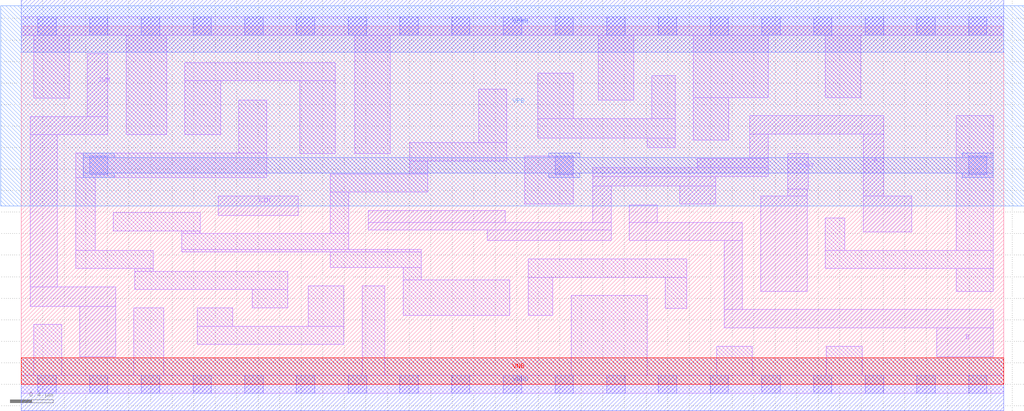
<source format=lef>
# Copyright 2020 The SkyWater PDK Authors
#
# Licensed under the Apache License, Version 2.0 (the "License");
# you may not use this file except in compliance with the License.
# You may obtain a copy of the License at
#
#     https://www.apache.org/licenses/LICENSE-2.0
#
# Unless required by applicable law or agreed to in writing, software
# distributed under the License is distributed on an "AS IS" BASIS,
# WITHOUT WARRANTIES OR CONDITIONS OF ANY KIND, either express or implied.
# See the License for the specific language governing permissions and
# limitations under the License.
#
# SPDX-License-Identifier: Apache-2.0

VERSION 5.7 ;
  NOWIREEXTENSIONATPIN ON ;
  DIVIDERCHAR "/" ;
  BUSBITCHARS "[]" ;
MACRO sky130_fd_sc_lp__fa_2
  CLASS CORE ;
  FOREIGN sky130_fd_sc_lp__fa_2 ;
  ORIGIN  0.000000  0.000000 ;
  SIZE  9.120000 BY  3.330000 ;
  SYMMETRY X Y R90 ;
  SITE unit ;
  PIN A
    ANTENNAGATEAREA  0.636000 ;
    DIRECTION INPUT ;
    USE SIGNAL ;
    PORT
      LAYER li1 ;
        RECT 3.220000 1.435000 5.475000 1.505000 ;
        RECT 3.220000 1.505000 4.495000 1.615000 ;
        RECT 4.325000 1.335000 5.475000 1.435000 ;
        RECT 5.305000 1.505000 5.475000 1.845000 ;
        RECT 5.305000 1.845000 6.445000 1.930000 ;
        RECT 5.305000 1.930000 6.935000 2.015000 ;
        RECT 6.115000 1.675000 6.445000 1.845000 ;
        RECT 6.275000 2.015000 6.935000 2.100000 ;
        RECT 6.765000 2.100000 6.935000 2.325000 ;
        RECT 6.765000 2.325000 8.005000 2.495000 ;
        RECT 7.815000 1.415000 8.265000 1.750000 ;
        RECT 7.815000 1.750000 8.005000 2.325000 ;
    END
  END A
  PIN B
    ANTENNAGATEAREA  0.636000 ;
    DIRECTION INPUT ;
    USE SIGNAL ;
    PORT
      LAYER li1 ;
        RECT 5.645000 1.335000 6.695000 1.505000 ;
        RECT 5.645000 1.505000 5.905000 1.665000 ;
        RECT 6.525000 0.525000 9.025000 0.695000 ;
        RECT 6.525000 0.695000 6.695000 1.335000 ;
        RECT 8.500000 0.255000 9.025000 0.525000 ;
    END
  END B
  PIN CIN
    ANTENNAGATEAREA  0.477000 ;
    DIRECTION INPUT ;
    USE SIGNAL ;
    PORT
      LAYER li1 ;
        RECT 1.830000 1.570000 2.570000 1.750000 ;
    END
  END CIN
  PIN COUT
    ANTENNADIFFAREA  0.588000 ;
    DIRECTION OUTPUT ;
    USE SIGNAL ;
    PORT
      LAYER li1 ;
        RECT 6.865000 0.865000 7.295000 1.750000 ;
        RECT 7.115000 1.750000 7.295000 1.815000 ;
        RECT 7.115000 1.815000 7.305000 2.145000 ;
    END
  END COUT
  PIN SUM
    ANTENNADIFFAREA  0.588000 ;
    DIRECTION OUTPUT ;
    USE SIGNAL ;
    PORT
      LAYER li1 ;
        RECT 0.085000 0.725000 0.875000 0.905000 ;
        RECT 0.085000 0.905000 0.335000 2.320000 ;
        RECT 0.085000 2.320000 0.805000 2.490000 ;
        RECT 0.545000 0.255000 0.875000 0.725000 ;
        RECT 0.615000 2.490000 0.805000 3.075000 ;
    END
  END SUM
  PIN VGND
    DIRECTION INOUT ;
    USE GROUND ;
    PORT
      LAYER met1 ;
        RECT 0.000000 -0.245000 9.120000 0.245000 ;
    END
  END VGND
  PIN VNB
    DIRECTION INOUT ;
    USE GROUND ;
    PORT
      LAYER pwell ;
        RECT 0.000000 0.000000 9.120000 0.245000 ;
    END
  END VNB
  PIN VPB
    DIRECTION INOUT ;
    USE POWER ;
    PORT
      LAYER nwell ;
        RECT -0.190000 1.655000 9.310000 3.520000 ;
    END
  END VPB
  PIN VPWR
    DIRECTION INOUT ;
    USE POWER ;
    PORT
      LAYER met1 ;
        RECT 0.000000 3.085000 9.120000 3.575000 ;
    END
  END VPWR
  OBS
    LAYER li1 ;
      RECT 0.000000 -0.085000 9.120000 0.085000 ;
      RECT 0.000000  3.245000 9.120000 3.415000 ;
      RECT 0.115000  0.085000 0.375000 0.555000 ;
      RECT 0.115000  2.660000 0.445000 3.245000 ;
      RECT 0.505000  1.075000 1.225000 1.245000 ;
      RECT 0.505000  1.245000 0.685000 1.920000 ;
      RECT 0.505000  1.920000 2.280000 2.150000 ;
      RECT 0.855000  1.425000 1.660000 1.595000 ;
      RECT 0.975000  2.320000 1.350000 3.245000 ;
      RECT 1.045000  0.085000 1.325000 0.710000 ;
      RECT 1.055000  0.880000 2.475000 1.050000 ;
      RECT 1.055000  1.050000 1.225000 1.075000 ;
      RECT 1.490000  1.230000 3.715000 1.255000 ;
      RECT 1.490000  1.255000 3.040000 1.400000 ;
      RECT 1.490000  1.400000 1.660000 1.425000 ;
      RECT 1.520000  2.320000 1.850000 2.820000 ;
      RECT 1.520000  2.820000 2.915000 2.990000 ;
      RECT 1.635000  0.370000 2.995000 0.540000 ;
      RECT 1.635000  0.540000 1.965000 0.710000 ;
      RECT 2.020000  2.150000 2.280000 2.640000 ;
      RECT 2.145000  0.710000 2.475000 0.880000 ;
      RECT 2.585000  2.145000 2.915000 2.820000 ;
      RECT 2.665000  0.540000 2.995000 0.915000 ;
      RECT 2.870000  1.085000 3.715000 1.230000 ;
      RECT 2.870000  1.400000 3.040000 1.785000 ;
      RECT 2.870000  1.785000 3.775000 1.955000 ;
      RECT 3.095000  2.145000 3.425000 3.245000 ;
      RECT 3.165000  0.085000 3.375000 0.915000 ;
      RECT 3.545000  0.640000 4.535000 0.970000 ;
      RECT 3.545000  0.970000 3.715000 1.085000 ;
      RECT 3.605000  1.955000 3.775000 2.075000 ;
      RECT 3.605000  2.075000 4.505000 2.245000 ;
      RECT 4.245000  2.245000 4.505000 2.745000 ;
      RECT 4.675000  1.675000 5.125000 2.120000 ;
      RECT 4.705000  0.640000 4.935000 0.995000 ;
      RECT 4.705000  0.995000 6.180000 1.165000 ;
      RECT 4.795000  2.290000 6.070000 2.470000 ;
      RECT 4.795000  2.470000 5.125000 2.890000 ;
      RECT 5.105000  0.085000 5.810000 0.825000 ;
      RECT 5.355000  2.640000 5.685000 3.245000 ;
      RECT 5.810000  2.200000 6.070000 2.290000 ;
      RECT 5.855000  2.470000 6.070000 2.870000 ;
      RECT 5.980000  0.705000 6.180000 0.995000 ;
      RECT 6.240000  2.270000 6.570000 2.665000 ;
      RECT 6.240000  2.665000 6.935000 3.245000 ;
      RECT 6.455000  0.085000 6.785000 0.355000 ;
      RECT 7.465000  1.075000 9.025000 1.245000 ;
      RECT 7.465000  1.245000 7.645000 1.545000 ;
      RECT 7.465000  2.665000 7.795000 3.245000 ;
      RECT 7.475000  0.085000 7.805000 0.355000 ;
      RECT 8.680000  0.865000 9.025000 1.075000 ;
      RECT 8.680000  1.245000 9.025000 2.495000 ;
    LAYER mcon ;
      RECT 0.155000 -0.085000 0.325000 0.085000 ;
      RECT 0.155000  3.245000 0.325000 3.415000 ;
      RECT 0.635000 -0.085000 0.805000 0.085000 ;
      RECT 0.635000  1.950000 0.805000 2.120000 ;
      RECT 0.635000  3.245000 0.805000 3.415000 ;
      RECT 1.115000 -0.085000 1.285000 0.085000 ;
      RECT 1.115000  3.245000 1.285000 3.415000 ;
      RECT 1.595000 -0.085000 1.765000 0.085000 ;
      RECT 1.595000  3.245000 1.765000 3.415000 ;
      RECT 2.075000 -0.085000 2.245000 0.085000 ;
      RECT 2.075000  3.245000 2.245000 3.415000 ;
      RECT 2.555000 -0.085000 2.725000 0.085000 ;
      RECT 2.555000  3.245000 2.725000 3.415000 ;
      RECT 3.035000 -0.085000 3.205000 0.085000 ;
      RECT 3.035000  3.245000 3.205000 3.415000 ;
      RECT 3.515000 -0.085000 3.685000 0.085000 ;
      RECT 3.515000  3.245000 3.685000 3.415000 ;
      RECT 3.995000 -0.085000 4.165000 0.085000 ;
      RECT 3.995000  3.245000 4.165000 3.415000 ;
      RECT 4.475000 -0.085000 4.645000 0.085000 ;
      RECT 4.475000  3.245000 4.645000 3.415000 ;
      RECT 4.955000 -0.085000 5.125000 0.085000 ;
      RECT 4.955000  1.950000 5.125000 2.120000 ;
      RECT 4.955000  3.245000 5.125000 3.415000 ;
      RECT 5.435000 -0.085000 5.605000 0.085000 ;
      RECT 5.435000  3.245000 5.605000 3.415000 ;
      RECT 5.915000 -0.085000 6.085000 0.085000 ;
      RECT 5.915000  3.245000 6.085000 3.415000 ;
      RECT 6.395000 -0.085000 6.565000 0.085000 ;
      RECT 6.395000  3.245000 6.565000 3.415000 ;
      RECT 6.875000 -0.085000 7.045000 0.085000 ;
      RECT 6.875000  3.245000 7.045000 3.415000 ;
      RECT 7.355000 -0.085000 7.525000 0.085000 ;
      RECT 7.355000  3.245000 7.525000 3.415000 ;
      RECT 7.835000 -0.085000 8.005000 0.085000 ;
      RECT 7.835000  3.245000 8.005000 3.415000 ;
      RECT 8.315000 -0.085000 8.485000 0.085000 ;
      RECT 8.315000  3.245000 8.485000 3.415000 ;
      RECT 8.795000 -0.085000 8.965000 0.085000 ;
      RECT 8.795000  1.950000 8.965000 2.120000 ;
      RECT 8.795000  3.245000 8.965000 3.415000 ;
    LAYER met1 ;
      RECT 0.575000 1.920000 0.865000 1.965000 ;
      RECT 0.575000 1.965000 9.025000 2.105000 ;
      RECT 0.575000 2.105000 0.865000 2.150000 ;
      RECT 4.895000 1.920000 5.185000 1.965000 ;
      RECT 4.895000 2.105000 5.185000 2.150000 ;
      RECT 8.735000 1.920000 9.025000 1.965000 ;
      RECT 8.735000 2.105000 9.025000 2.150000 ;
  END
END sky130_fd_sc_lp__fa_2
END LIBRARY

</source>
